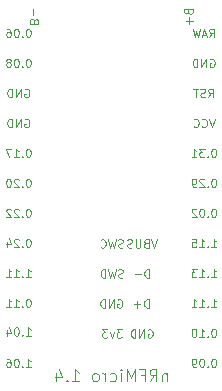
<source format=gbo>
G04 #@! TF.GenerationSoftware,KiCad,Pcbnew,(5.1.10-1-10_14)*
G04 #@! TF.CreationDate,2021-09-18T19:46:59+09:00*
G04 #@! TF.ProjectId,nrfmicro,6e72666d-6963-4726-9f2e-6b696361645f,rev?*
G04 #@! TF.SameCoordinates,Original*
G04 #@! TF.FileFunction,Legend,Bot*
G04 #@! TF.FilePolarity,Positive*
%FSLAX46Y46*%
G04 Gerber Fmt 4.6, Leading zero omitted, Abs format (unit mm)*
G04 Created by KiCad (PCBNEW (5.1.10-1-10_14)) date 2021-09-18 19:46:59*
%MOMM*%
%LPD*%
G01*
G04 APERTURE LIST*
%ADD10C,0.100000*%
%ADD11C,0.080000*%
%ADD12O,1.000000X2.200000*%
%ADD13O,1.000000X1.800000*%
%ADD14R,1.270000X1.270000*%
%ADD15C,1.270000*%
%ADD16C,1.250000*%
G04 APERTURE END LIST*
D10*
X32457145Y-50185714D02*
X32457145Y-50852380D01*
X32457145Y-50280952D02*
X32409526Y-50233333D01*
X32314288Y-50185714D01*
X32171431Y-50185714D01*
X32076193Y-50233333D01*
X32028574Y-50328571D01*
X32028574Y-50852380D01*
X30980955Y-50852380D02*
X31314288Y-50376190D01*
X31552383Y-50852380D02*
X31552383Y-49852380D01*
X31171431Y-49852380D01*
X31076193Y-49900000D01*
X31028574Y-49947619D01*
X30980955Y-50042857D01*
X30980955Y-50185714D01*
X31028574Y-50280952D01*
X31076193Y-50328571D01*
X31171431Y-50376190D01*
X31552383Y-50376190D01*
X30219050Y-50328571D02*
X30552383Y-50328571D01*
X30552383Y-50852380D02*
X30552383Y-49852380D01*
X30076193Y-49852380D01*
X29695240Y-50852380D02*
X29695240Y-49852380D01*
X29361907Y-50566666D01*
X29028574Y-49852380D01*
X29028574Y-50852380D01*
X28552383Y-50852380D02*
X28552383Y-50185714D01*
X28552383Y-49852380D02*
X28600002Y-49900000D01*
X28552383Y-49947619D01*
X28504764Y-49900000D01*
X28552383Y-49852380D01*
X28552383Y-49947619D01*
X27647621Y-50804761D02*
X27742860Y-50852380D01*
X27933336Y-50852380D01*
X28028574Y-50804761D01*
X28076193Y-50757142D01*
X28123812Y-50661904D01*
X28123812Y-50376190D01*
X28076193Y-50280952D01*
X28028574Y-50233333D01*
X27933336Y-50185714D01*
X27742860Y-50185714D01*
X27647621Y-50233333D01*
X27219050Y-50852380D02*
X27219050Y-50185714D01*
X27219050Y-50376190D02*
X27171431Y-50280952D01*
X27123812Y-50233333D01*
X27028574Y-50185714D01*
X26933336Y-50185714D01*
X26457145Y-50852380D02*
X26552383Y-50804761D01*
X26600002Y-50757142D01*
X26647621Y-50661904D01*
X26647621Y-50376190D01*
X26600002Y-50280952D01*
X26552383Y-50233333D01*
X26457145Y-50185714D01*
X26314288Y-50185714D01*
X26219050Y-50233333D01*
X26171431Y-50280952D01*
X26123812Y-50376190D01*
X26123812Y-50661904D01*
X26171431Y-50757142D01*
X26219050Y-50804761D01*
X26314288Y-50852380D01*
X26457145Y-50852380D01*
X24409526Y-50852380D02*
X24980955Y-50852380D01*
X24695240Y-50852380D02*
X24695240Y-49852380D01*
X24790479Y-49995238D01*
X24885717Y-50090476D01*
X24980955Y-50138095D01*
X23980955Y-50757142D02*
X23933336Y-50804761D01*
X23980955Y-50852380D01*
X24028574Y-50804761D01*
X23980955Y-50757142D01*
X23980955Y-50852380D01*
X23076193Y-50185714D02*
X23076193Y-50852380D01*
X23314288Y-49804761D02*
X23552383Y-50519047D01*
X22933336Y-50519047D01*
D11*
X28604933Y-46472666D02*
X28171600Y-46472666D01*
X28404933Y-46739333D01*
X28304933Y-46739333D01*
X28238266Y-46772666D01*
X28204933Y-46806000D01*
X28171600Y-46872666D01*
X28171600Y-47039333D01*
X28204933Y-47106000D01*
X28238266Y-47139333D01*
X28304933Y-47172666D01*
X28504933Y-47172666D01*
X28571600Y-47139333D01*
X28604933Y-47106000D01*
X27938266Y-46706000D02*
X27771600Y-47172666D01*
X27604933Y-46706000D01*
X27404933Y-46472666D02*
X26971600Y-46472666D01*
X27204933Y-46739333D01*
X27104933Y-46739333D01*
X27038266Y-46772666D01*
X27004933Y-46806000D01*
X26971600Y-46872666D01*
X26971600Y-47039333D01*
X27004933Y-47106000D01*
X27038266Y-47139333D01*
X27104933Y-47172666D01*
X27304933Y-47172666D01*
X27371600Y-47139333D01*
X27404933Y-47106000D01*
X28270933Y-43966000D02*
X28337600Y-43932666D01*
X28437600Y-43932666D01*
X28537600Y-43966000D01*
X28604266Y-44032666D01*
X28637600Y-44099333D01*
X28670933Y-44232666D01*
X28670933Y-44332666D01*
X28637600Y-44466000D01*
X28604266Y-44532666D01*
X28537600Y-44599333D01*
X28437600Y-44632666D01*
X28370933Y-44632666D01*
X28270933Y-44599333D01*
X28237600Y-44566000D01*
X28237600Y-44332666D01*
X28370933Y-44332666D01*
X27937600Y-44632666D02*
X27937600Y-43932666D01*
X27537600Y-44632666D01*
X27537600Y-43932666D01*
X27204266Y-44632666D02*
X27204266Y-43932666D01*
X27037600Y-43932666D01*
X26937600Y-43966000D01*
X26870933Y-44032666D01*
X26837600Y-44099333D01*
X26804266Y-44232666D01*
X26804266Y-44332666D01*
X26837600Y-44466000D01*
X26870933Y-44532666D01*
X26937600Y-44599333D01*
X27037600Y-44632666D01*
X27204266Y-44632666D01*
X28721600Y-42059333D02*
X28621600Y-42092666D01*
X28454933Y-42092666D01*
X28388266Y-42059333D01*
X28354933Y-42026000D01*
X28321600Y-41959333D01*
X28321600Y-41892666D01*
X28354933Y-41826000D01*
X28388266Y-41792666D01*
X28454933Y-41759333D01*
X28588266Y-41726000D01*
X28654933Y-41692666D01*
X28688266Y-41659333D01*
X28721600Y-41592666D01*
X28721600Y-41526000D01*
X28688266Y-41459333D01*
X28654933Y-41426000D01*
X28588266Y-41392666D01*
X28421600Y-41392666D01*
X28321600Y-41426000D01*
X28088266Y-41392666D02*
X27921600Y-42092666D01*
X27788266Y-41592666D01*
X27654933Y-42092666D01*
X27488266Y-41392666D01*
X27221600Y-42092666D02*
X27221600Y-41392666D01*
X27054933Y-41392666D01*
X26954933Y-41426000D01*
X26888266Y-41492666D01*
X26854933Y-41559333D01*
X26821600Y-41692666D01*
X26821600Y-41792666D01*
X26854933Y-41926000D01*
X26888266Y-41992666D01*
X26954933Y-42059333D01*
X27054933Y-42092666D01*
X27221600Y-42092666D01*
X28721600Y-39519333D02*
X28621600Y-39552666D01*
X28454933Y-39552666D01*
X28388266Y-39519333D01*
X28354933Y-39486000D01*
X28321600Y-39419333D01*
X28321600Y-39352666D01*
X28354933Y-39286000D01*
X28388266Y-39252666D01*
X28454933Y-39219333D01*
X28588266Y-39186000D01*
X28654933Y-39152666D01*
X28688266Y-39119333D01*
X28721600Y-39052666D01*
X28721600Y-38986000D01*
X28688266Y-38919333D01*
X28654933Y-38886000D01*
X28588266Y-38852666D01*
X28421600Y-38852666D01*
X28321600Y-38886000D01*
X28088266Y-38852666D02*
X27921600Y-39552666D01*
X27788266Y-39052666D01*
X27654933Y-39552666D01*
X27488266Y-38852666D01*
X26821600Y-39486000D02*
X26854933Y-39519333D01*
X26954933Y-39552666D01*
X27021600Y-39552666D01*
X27121600Y-39519333D01*
X27188266Y-39452666D01*
X27221600Y-39386000D01*
X27254933Y-39252666D01*
X27254933Y-39152666D01*
X27221600Y-39019333D01*
X27188266Y-38952666D01*
X27121600Y-38886000D01*
X27021600Y-38852666D01*
X26954933Y-38852666D01*
X26854933Y-38886000D01*
X26821600Y-38919333D01*
X31594933Y-38852666D02*
X31361600Y-39552666D01*
X31128266Y-38852666D01*
X30661600Y-39186000D02*
X30561600Y-39219333D01*
X30528266Y-39252666D01*
X30494933Y-39319333D01*
X30494933Y-39419333D01*
X30528266Y-39486000D01*
X30561600Y-39519333D01*
X30628266Y-39552666D01*
X30894933Y-39552666D01*
X30894933Y-38852666D01*
X30661600Y-38852666D01*
X30594933Y-38886000D01*
X30561600Y-38919333D01*
X30528266Y-38986000D01*
X30528266Y-39052666D01*
X30561600Y-39119333D01*
X30594933Y-39152666D01*
X30661600Y-39186000D01*
X30894933Y-39186000D01*
X30194933Y-38852666D02*
X30194933Y-39419333D01*
X30161600Y-39486000D01*
X30128266Y-39519333D01*
X30061600Y-39552666D01*
X29928266Y-39552666D01*
X29861600Y-39519333D01*
X29828266Y-39486000D01*
X29794933Y-39419333D01*
X29794933Y-38852666D01*
X29494933Y-39519333D02*
X29394933Y-39552666D01*
X29228266Y-39552666D01*
X29161600Y-39519333D01*
X29128266Y-39486000D01*
X29094933Y-39419333D01*
X29094933Y-39352666D01*
X29128266Y-39286000D01*
X29161600Y-39252666D01*
X29228266Y-39219333D01*
X29361600Y-39186000D01*
X29428266Y-39152666D01*
X29461600Y-39119333D01*
X29494933Y-39052666D01*
X29494933Y-38986000D01*
X29461600Y-38919333D01*
X29428266Y-38886000D01*
X29361600Y-38852666D01*
X29194933Y-38852666D01*
X29094933Y-38886000D01*
X30928266Y-42092666D02*
X30928266Y-41392666D01*
X30761600Y-41392666D01*
X30661600Y-41426000D01*
X30594933Y-41492666D01*
X30561600Y-41559333D01*
X30528266Y-41692666D01*
X30528266Y-41792666D01*
X30561600Y-41926000D01*
X30594933Y-41992666D01*
X30661600Y-42059333D01*
X30761600Y-42092666D01*
X30928266Y-42092666D01*
X30228266Y-41826000D02*
X29694933Y-41826000D01*
X30894266Y-44632666D02*
X30894266Y-43932666D01*
X30727600Y-43932666D01*
X30627600Y-43966000D01*
X30560933Y-44032666D01*
X30527600Y-44099333D01*
X30494266Y-44232666D01*
X30494266Y-44332666D01*
X30527600Y-44466000D01*
X30560933Y-44532666D01*
X30627600Y-44599333D01*
X30727600Y-44632666D01*
X30894266Y-44632666D01*
X30194266Y-44366000D02*
X29660933Y-44366000D01*
X29927600Y-44632666D02*
X29927600Y-44099333D01*
X30844933Y-46506000D02*
X30911600Y-46472666D01*
X31011600Y-46472666D01*
X31111600Y-46506000D01*
X31178266Y-46572666D01*
X31211600Y-46639333D01*
X31244933Y-46772666D01*
X31244933Y-46872666D01*
X31211600Y-47006000D01*
X31178266Y-47072666D01*
X31111600Y-47139333D01*
X31011600Y-47172666D01*
X30944933Y-47172666D01*
X30844933Y-47139333D01*
X30811600Y-47106000D01*
X30811600Y-46872666D01*
X30944933Y-46872666D01*
X30511600Y-47172666D02*
X30511600Y-46472666D01*
X30111600Y-47172666D01*
X30111600Y-46472666D01*
X29778266Y-47172666D02*
X29778266Y-46472666D01*
X29611600Y-46472666D01*
X29511600Y-46506000D01*
X29444933Y-46572666D01*
X29411600Y-46639333D01*
X29378266Y-46772666D01*
X29378266Y-46872666D01*
X29411600Y-47006000D01*
X29444933Y-47072666D01*
X29511600Y-47139333D01*
X29611600Y-47172666D01*
X29778266Y-47172666D01*
X21200000Y-20361733D02*
X21166666Y-20261733D01*
X21133333Y-20228400D01*
X21066666Y-20195066D01*
X20966666Y-20195066D01*
X20900000Y-20228400D01*
X20866666Y-20261733D01*
X20833333Y-20328400D01*
X20833333Y-20595066D01*
X21533333Y-20595066D01*
X21533333Y-20361733D01*
X21500000Y-20295066D01*
X21466666Y-20261733D01*
X21400000Y-20228400D01*
X21333333Y-20228400D01*
X21266666Y-20261733D01*
X21233333Y-20295066D01*
X21200000Y-20361733D01*
X21200000Y-20595066D01*
X21100000Y-19895066D02*
X21100000Y-19361733D01*
X34250000Y-19595067D02*
X34283333Y-19695067D01*
X34316666Y-19728401D01*
X34383333Y-19761734D01*
X34483333Y-19761734D01*
X34550000Y-19728401D01*
X34583333Y-19695067D01*
X34616666Y-19628401D01*
X34616666Y-19361734D01*
X33916666Y-19361734D01*
X33916666Y-19595067D01*
X33950000Y-19661734D01*
X33983333Y-19695067D01*
X34050000Y-19728401D01*
X34116666Y-19728401D01*
X34183333Y-19695067D01*
X34216666Y-19661734D01*
X34250000Y-19595067D01*
X34250000Y-19361734D01*
X34350000Y-20061734D02*
X34350000Y-20595067D01*
X34616666Y-20328401D02*
X34083333Y-20328401D01*
X20393633Y-26139700D02*
X20460300Y-26106366D01*
X20560300Y-26106366D01*
X20660300Y-26139700D01*
X20726966Y-26206366D01*
X20760300Y-26273033D01*
X20793633Y-26406366D01*
X20793633Y-26506366D01*
X20760300Y-26639700D01*
X20726966Y-26706366D01*
X20660300Y-26773033D01*
X20560300Y-26806366D01*
X20493633Y-26806366D01*
X20393633Y-26773033D01*
X20360300Y-26739700D01*
X20360300Y-26506366D01*
X20493633Y-26506366D01*
X20060300Y-26806366D02*
X20060300Y-26106366D01*
X19660300Y-26806366D01*
X19660300Y-26106366D01*
X19326966Y-26806366D02*
X19326966Y-26106366D01*
X19160300Y-26106366D01*
X19060300Y-26139700D01*
X18993633Y-26206366D01*
X18960300Y-26273033D01*
X18926966Y-26406366D01*
X18926966Y-26506366D01*
X18960300Y-26639700D01*
X18993633Y-26706366D01*
X19060300Y-26773033D01*
X19160300Y-26806366D01*
X19326966Y-26806366D01*
X20726966Y-21026366D02*
X20660300Y-21026366D01*
X20593633Y-21059700D01*
X20560300Y-21093033D01*
X20526966Y-21159700D01*
X20493633Y-21293033D01*
X20493633Y-21459700D01*
X20526966Y-21593033D01*
X20560300Y-21659700D01*
X20593633Y-21693033D01*
X20660300Y-21726366D01*
X20726966Y-21726366D01*
X20793633Y-21693033D01*
X20826966Y-21659700D01*
X20860300Y-21593033D01*
X20893633Y-21459700D01*
X20893633Y-21293033D01*
X20860300Y-21159700D01*
X20826966Y-21093033D01*
X20793633Y-21059700D01*
X20726966Y-21026366D01*
X20193633Y-21659700D02*
X20160300Y-21693033D01*
X20193633Y-21726366D01*
X20226966Y-21693033D01*
X20193633Y-21659700D01*
X20193633Y-21726366D01*
X19726966Y-21026366D02*
X19660300Y-21026366D01*
X19593633Y-21059700D01*
X19560300Y-21093033D01*
X19526966Y-21159700D01*
X19493633Y-21293033D01*
X19493633Y-21459700D01*
X19526966Y-21593033D01*
X19560300Y-21659700D01*
X19593633Y-21693033D01*
X19660300Y-21726366D01*
X19726966Y-21726366D01*
X19793633Y-21693033D01*
X19826966Y-21659700D01*
X19860300Y-21593033D01*
X19893633Y-21459700D01*
X19893633Y-21293033D01*
X19860300Y-21159700D01*
X19826966Y-21093033D01*
X19793633Y-21059700D01*
X19726966Y-21026366D01*
X18893633Y-21026366D02*
X19026966Y-21026366D01*
X19093633Y-21059700D01*
X19126966Y-21093033D01*
X19193633Y-21193033D01*
X19226966Y-21326366D01*
X19226966Y-21593033D01*
X19193633Y-21659700D01*
X19160300Y-21693033D01*
X19093633Y-21726366D01*
X18960300Y-21726366D01*
X18893633Y-21693033D01*
X18860300Y-21659700D01*
X18826966Y-21593033D01*
X18826966Y-21426366D01*
X18860300Y-21359700D01*
X18893633Y-21326366D01*
X18960300Y-21293033D01*
X19093633Y-21293033D01*
X19160300Y-21326366D01*
X19193633Y-21359700D01*
X19226966Y-21426366D01*
X20493633Y-46999366D02*
X20893633Y-46999366D01*
X20693633Y-46999366D02*
X20693633Y-46299366D01*
X20760300Y-46399366D01*
X20826966Y-46466033D01*
X20893633Y-46499366D01*
X20193633Y-46932700D02*
X20160300Y-46966033D01*
X20193633Y-46999366D01*
X20226966Y-46966033D01*
X20193633Y-46932700D01*
X20193633Y-46999366D01*
X19726966Y-46299366D02*
X19660300Y-46299366D01*
X19593633Y-46332700D01*
X19560300Y-46366033D01*
X19526966Y-46432700D01*
X19493633Y-46566033D01*
X19493633Y-46732700D01*
X19526966Y-46866033D01*
X19560300Y-46932700D01*
X19593633Y-46966033D01*
X19660300Y-46999366D01*
X19726966Y-46999366D01*
X19793633Y-46966033D01*
X19826966Y-46932700D01*
X19860300Y-46866033D01*
X19893633Y-46732700D01*
X19893633Y-46566033D01*
X19860300Y-46432700D01*
X19826966Y-46366033D01*
X19793633Y-46332700D01*
X19726966Y-46299366D01*
X18893633Y-46532700D02*
X18893633Y-46999366D01*
X19060300Y-46266033D02*
X19226966Y-46766033D01*
X18793633Y-46766033D01*
X20726966Y-33726366D02*
X20660300Y-33726366D01*
X20593633Y-33759700D01*
X20560300Y-33793033D01*
X20526966Y-33859700D01*
X20493633Y-33993033D01*
X20493633Y-34159700D01*
X20526966Y-34293033D01*
X20560300Y-34359700D01*
X20593633Y-34393033D01*
X20660300Y-34426366D01*
X20726966Y-34426366D01*
X20793633Y-34393033D01*
X20826966Y-34359700D01*
X20860300Y-34293033D01*
X20893633Y-34159700D01*
X20893633Y-33993033D01*
X20860300Y-33859700D01*
X20826966Y-33793033D01*
X20793633Y-33759700D01*
X20726966Y-33726366D01*
X20193633Y-34359700D02*
X20160300Y-34393033D01*
X20193633Y-34426366D01*
X20226966Y-34393033D01*
X20193633Y-34359700D01*
X20193633Y-34426366D01*
X19893633Y-33793033D02*
X19860300Y-33759700D01*
X19793633Y-33726366D01*
X19626966Y-33726366D01*
X19560300Y-33759700D01*
X19526966Y-33793033D01*
X19493633Y-33859700D01*
X19493633Y-33926366D01*
X19526966Y-34026366D01*
X19926966Y-34426366D01*
X19493633Y-34426366D01*
X19060300Y-33726366D02*
X18993633Y-33726366D01*
X18926966Y-33759700D01*
X18893633Y-33793033D01*
X18860300Y-33859700D01*
X18826966Y-33993033D01*
X18826966Y-34159700D01*
X18860300Y-34293033D01*
X18893633Y-34359700D01*
X18926966Y-34393033D01*
X18993633Y-34426366D01*
X19060300Y-34426366D01*
X19126966Y-34393033D01*
X19160300Y-34359700D01*
X19193633Y-34293033D01*
X19226966Y-34159700D01*
X19226966Y-33993033D01*
X19193633Y-33859700D01*
X19160300Y-33793033D01*
X19126966Y-33759700D01*
X19060300Y-33726366D01*
X20726966Y-23566366D02*
X20660300Y-23566366D01*
X20593633Y-23599700D01*
X20560300Y-23633033D01*
X20526966Y-23699700D01*
X20493633Y-23833033D01*
X20493633Y-23999700D01*
X20526966Y-24133033D01*
X20560300Y-24199700D01*
X20593633Y-24233033D01*
X20660300Y-24266366D01*
X20726966Y-24266366D01*
X20793633Y-24233033D01*
X20826966Y-24199700D01*
X20860300Y-24133033D01*
X20893633Y-23999700D01*
X20893633Y-23833033D01*
X20860300Y-23699700D01*
X20826966Y-23633033D01*
X20793633Y-23599700D01*
X20726966Y-23566366D01*
X20193633Y-24199700D02*
X20160300Y-24233033D01*
X20193633Y-24266366D01*
X20226966Y-24233033D01*
X20193633Y-24199700D01*
X20193633Y-24266366D01*
X19726966Y-23566366D02*
X19660300Y-23566366D01*
X19593633Y-23599700D01*
X19560300Y-23633033D01*
X19526966Y-23699700D01*
X19493633Y-23833033D01*
X19493633Y-23999700D01*
X19526966Y-24133033D01*
X19560300Y-24199700D01*
X19593633Y-24233033D01*
X19660300Y-24266366D01*
X19726966Y-24266366D01*
X19793633Y-24233033D01*
X19826966Y-24199700D01*
X19860300Y-24133033D01*
X19893633Y-23999700D01*
X19893633Y-23833033D01*
X19860300Y-23699700D01*
X19826966Y-23633033D01*
X19793633Y-23599700D01*
X19726966Y-23566366D01*
X19093633Y-23866366D02*
X19160300Y-23833033D01*
X19193633Y-23799700D01*
X19226966Y-23733033D01*
X19226966Y-23699700D01*
X19193633Y-23633033D01*
X19160300Y-23599700D01*
X19093633Y-23566366D01*
X18960300Y-23566366D01*
X18893633Y-23599700D01*
X18860300Y-23633033D01*
X18826966Y-23699700D01*
X18826966Y-23733033D01*
X18860300Y-23799700D01*
X18893633Y-23833033D01*
X18960300Y-23866366D01*
X19093633Y-23866366D01*
X19160300Y-23899700D01*
X19193633Y-23933033D01*
X19226966Y-23999700D01*
X19226966Y-24133033D01*
X19193633Y-24199700D01*
X19160300Y-24233033D01*
X19093633Y-24266366D01*
X18960300Y-24266366D01*
X18893633Y-24233033D01*
X18860300Y-24199700D01*
X18826966Y-24133033D01*
X18826966Y-23999700D01*
X18860300Y-23933033D01*
X18893633Y-23899700D01*
X18960300Y-23866366D01*
X20726966Y-31186366D02*
X20660300Y-31186366D01*
X20593633Y-31219700D01*
X20560300Y-31253033D01*
X20526966Y-31319700D01*
X20493633Y-31453033D01*
X20493633Y-31619700D01*
X20526966Y-31753033D01*
X20560300Y-31819700D01*
X20593633Y-31853033D01*
X20660300Y-31886366D01*
X20726966Y-31886366D01*
X20793633Y-31853033D01*
X20826966Y-31819700D01*
X20860300Y-31753033D01*
X20893633Y-31619700D01*
X20893633Y-31453033D01*
X20860300Y-31319700D01*
X20826966Y-31253033D01*
X20793633Y-31219700D01*
X20726966Y-31186366D01*
X20193633Y-31819700D02*
X20160300Y-31853033D01*
X20193633Y-31886366D01*
X20226966Y-31853033D01*
X20193633Y-31819700D01*
X20193633Y-31886366D01*
X19493633Y-31886366D02*
X19893633Y-31886366D01*
X19693633Y-31886366D02*
X19693633Y-31186366D01*
X19760300Y-31286366D01*
X19826966Y-31353033D01*
X19893633Y-31386366D01*
X19260300Y-31186366D02*
X18793633Y-31186366D01*
X19093633Y-31886366D01*
X20393633Y-28679700D02*
X20460300Y-28646366D01*
X20560300Y-28646366D01*
X20660300Y-28679700D01*
X20726966Y-28746366D01*
X20760300Y-28813033D01*
X20793633Y-28946366D01*
X20793633Y-29046366D01*
X20760300Y-29179700D01*
X20726966Y-29246366D01*
X20660300Y-29313033D01*
X20560300Y-29346366D01*
X20493633Y-29346366D01*
X20393633Y-29313033D01*
X20360300Y-29279700D01*
X20360300Y-29046366D01*
X20493633Y-29046366D01*
X20060300Y-29346366D02*
X20060300Y-28646366D01*
X19660300Y-29346366D01*
X19660300Y-28646366D01*
X19326966Y-29346366D02*
X19326966Y-28646366D01*
X19160300Y-28646366D01*
X19060300Y-28679700D01*
X18993633Y-28746366D01*
X18960300Y-28813033D01*
X18926966Y-28946366D01*
X18926966Y-29046366D01*
X18960300Y-29179700D01*
X18993633Y-29246366D01*
X19060300Y-29313033D01*
X19160300Y-29346366D01*
X19326966Y-29346366D01*
X20726966Y-38806366D02*
X20660300Y-38806366D01*
X20593633Y-38839700D01*
X20560300Y-38873033D01*
X20526966Y-38939700D01*
X20493633Y-39073033D01*
X20493633Y-39239700D01*
X20526966Y-39373033D01*
X20560300Y-39439700D01*
X20593633Y-39473033D01*
X20660300Y-39506366D01*
X20726966Y-39506366D01*
X20793633Y-39473033D01*
X20826966Y-39439700D01*
X20860300Y-39373033D01*
X20893633Y-39239700D01*
X20893633Y-39073033D01*
X20860300Y-38939700D01*
X20826966Y-38873033D01*
X20793633Y-38839700D01*
X20726966Y-38806366D01*
X20193633Y-39439700D02*
X20160300Y-39473033D01*
X20193633Y-39506366D01*
X20226966Y-39473033D01*
X20193633Y-39439700D01*
X20193633Y-39506366D01*
X19893633Y-38873033D02*
X19860300Y-38839700D01*
X19793633Y-38806366D01*
X19626966Y-38806366D01*
X19560300Y-38839700D01*
X19526966Y-38873033D01*
X19493633Y-38939700D01*
X19493633Y-39006366D01*
X19526966Y-39106366D01*
X19926966Y-39506366D01*
X19493633Y-39506366D01*
X18893633Y-39039700D02*
X18893633Y-39506366D01*
X19060300Y-38773033D02*
X19226966Y-39273033D01*
X18793633Y-39273033D01*
X20726966Y-43886366D02*
X20660300Y-43886366D01*
X20593633Y-43919700D01*
X20560300Y-43953033D01*
X20526966Y-44019700D01*
X20493633Y-44153033D01*
X20493633Y-44319700D01*
X20526966Y-44453033D01*
X20560300Y-44519700D01*
X20593633Y-44553033D01*
X20660300Y-44586366D01*
X20726966Y-44586366D01*
X20793633Y-44553033D01*
X20826966Y-44519700D01*
X20860300Y-44453033D01*
X20893633Y-44319700D01*
X20893633Y-44153033D01*
X20860300Y-44019700D01*
X20826966Y-43953033D01*
X20793633Y-43919700D01*
X20726966Y-43886366D01*
X20193633Y-44519700D02*
X20160300Y-44553033D01*
X20193633Y-44586366D01*
X20226966Y-44553033D01*
X20193633Y-44519700D01*
X20193633Y-44586366D01*
X19493633Y-44586366D02*
X19893633Y-44586366D01*
X19693633Y-44586366D02*
X19693633Y-43886366D01*
X19760300Y-43986366D01*
X19826966Y-44053033D01*
X19893633Y-44086366D01*
X18826966Y-44586366D02*
X19226966Y-44586366D01*
X19026966Y-44586366D02*
X19026966Y-43886366D01*
X19093633Y-43986366D01*
X19160300Y-44053033D01*
X19226966Y-44086366D01*
X20493633Y-42046366D02*
X20893633Y-42046366D01*
X20693633Y-42046366D02*
X20693633Y-41346366D01*
X20760300Y-41446366D01*
X20826966Y-41513033D01*
X20893633Y-41546366D01*
X20193633Y-41979700D02*
X20160300Y-42013033D01*
X20193633Y-42046366D01*
X20226966Y-42013033D01*
X20193633Y-41979700D01*
X20193633Y-42046366D01*
X19493633Y-42046366D02*
X19893633Y-42046366D01*
X19693633Y-42046366D02*
X19693633Y-41346366D01*
X19760300Y-41446366D01*
X19826966Y-41513033D01*
X19893633Y-41546366D01*
X18826966Y-42046366D02*
X19226966Y-42046366D01*
X19026966Y-42046366D02*
X19026966Y-41346366D01*
X19093633Y-41446366D01*
X19160300Y-41513033D01*
X19226966Y-41546366D01*
X20493633Y-49666366D02*
X20893633Y-49666366D01*
X20693633Y-49666366D02*
X20693633Y-48966366D01*
X20760300Y-49066366D01*
X20826966Y-49133033D01*
X20893633Y-49166366D01*
X20193633Y-49599700D02*
X20160300Y-49633033D01*
X20193633Y-49666366D01*
X20226966Y-49633033D01*
X20193633Y-49599700D01*
X20193633Y-49666366D01*
X19726966Y-48966366D02*
X19660300Y-48966366D01*
X19593633Y-48999700D01*
X19560300Y-49033033D01*
X19526966Y-49099700D01*
X19493633Y-49233033D01*
X19493633Y-49399700D01*
X19526966Y-49533033D01*
X19560300Y-49599700D01*
X19593633Y-49633033D01*
X19660300Y-49666366D01*
X19726966Y-49666366D01*
X19793633Y-49633033D01*
X19826966Y-49599700D01*
X19860300Y-49533033D01*
X19893633Y-49399700D01*
X19893633Y-49233033D01*
X19860300Y-49099700D01*
X19826966Y-49033033D01*
X19793633Y-48999700D01*
X19726966Y-48966366D01*
X18893633Y-48966366D02*
X19026966Y-48966366D01*
X19093633Y-48999700D01*
X19126966Y-49033033D01*
X19193633Y-49133033D01*
X19226966Y-49266366D01*
X19226966Y-49533033D01*
X19193633Y-49599700D01*
X19160300Y-49633033D01*
X19093633Y-49666366D01*
X18960300Y-49666366D01*
X18893633Y-49633033D01*
X18860300Y-49599700D01*
X18826966Y-49533033D01*
X18826966Y-49366366D01*
X18860300Y-49299700D01*
X18893633Y-49266366D01*
X18960300Y-49233033D01*
X19093633Y-49233033D01*
X19160300Y-49266366D01*
X19193633Y-49299700D01*
X19226966Y-49366366D01*
X36042433Y-21713666D02*
X36275766Y-21380333D01*
X36442433Y-21713666D02*
X36442433Y-21013666D01*
X36175766Y-21013666D01*
X36109100Y-21047000D01*
X36075766Y-21080333D01*
X36042433Y-21147000D01*
X36042433Y-21247000D01*
X36075766Y-21313666D01*
X36109100Y-21347000D01*
X36175766Y-21380333D01*
X36442433Y-21380333D01*
X35775766Y-21513666D02*
X35442433Y-21513666D01*
X35842433Y-21713666D02*
X35609100Y-21013666D01*
X35375766Y-21713666D01*
X35209100Y-21013666D02*
X35042433Y-21713666D01*
X34909100Y-21213666D01*
X34775766Y-21713666D01*
X34609100Y-21013666D01*
X36192433Y-44573666D02*
X36592433Y-44573666D01*
X36392433Y-44573666D02*
X36392433Y-43873666D01*
X36459100Y-43973666D01*
X36525766Y-44040333D01*
X36592433Y-44073666D01*
X35892433Y-44507000D02*
X35859100Y-44540333D01*
X35892433Y-44573666D01*
X35925766Y-44540333D01*
X35892433Y-44507000D01*
X35892433Y-44573666D01*
X35192433Y-44573666D02*
X35592433Y-44573666D01*
X35392433Y-44573666D02*
X35392433Y-43873666D01*
X35459100Y-43973666D01*
X35525766Y-44040333D01*
X35592433Y-44073666D01*
X34525766Y-44573666D02*
X34925766Y-44573666D01*
X34725766Y-44573666D02*
X34725766Y-43873666D01*
X34792433Y-43973666D01*
X34859100Y-44040333D01*
X34925766Y-44073666D01*
X36425766Y-46413666D02*
X36359100Y-46413666D01*
X36292433Y-46447000D01*
X36259100Y-46480333D01*
X36225766Y-46547000D01*
X36192433Y-46680333D01*
X36192433Y-46847000D01*
X36225766Y-46980333D01*
X36259100Y-47047000D01*
X36292433Y-47080333D01*
X36359100Y-47113666D01*
X36425766Y-47113666D01*
X36492433Y-47080333D01*
X36525766Y-47047000D01*
X36559100Y-46980333D01*
X36592433Y-46847000D01*
X36592433Y-46680333D01*
X36559100Y-46547000D01*
X36525766Y-46480333D01*
X36492433Y-46447000D01*
X36425766Y-46413666D01*
X35892433Y-47047000D02*
X35859100Y-47080333D01*
X35892433Y-47113666D01*
X35925766Y-47080333D01*
X35892433Y-47047000D01*
X35892433Y-47113666D01*
X35192433Y-47113666D02*
X35592433Y-47113666D01*
X35392433Y-47113666D02*
X35392433Y-46413666D01*
X35459100Y-46513666D01*
X35525766Y-46580333D01*
X35592433Y-46613666D01*
X34759100Y-46413666D02*
X34692433Y-46413666D01*
X34625766Y-46447000D01*
X34592433Y-46480333D01*
X34559100Y-46547000D01*
X34525766Y-46680333D01*
X34525766Y-46847000D01*
X34559100Y-46980333D01*
X34592433Y-47047000D01*
X34625766Y-47080333D01*
X34692433Y-47113666D01*
X34759100Y-47113666D01*
X34825766Y-47080333D01*
X34859100Y-47047000D01*
X34892433Y-46980333D01*
X34925766Y-46847000D01*
X34925766Y-46680333D01*
X34892433Y-46547000D01*
X34859100Y-46480333D01*
X34825766Y-46447000D01*
X34759100Y-46413666D01*
X36492433Y-28633666D02*
X36259100Y-29333666D01*
X36025766Y-28633666D01*
X35392433Y-29267000D02*
X35425766Y-29300333D01*
X35525766Y-29333666D01*
X35592433Y-29333666D01*
X35692433Y-29300333D01*
X35759100Y-29233666D01*
X35792433Y-29167000D01*
X35825766Y-29033666D01*
X35825766Y-28933666D01*
X35792433Y-28800333D01*
X35759100Y-28733666D01*
X35692433Y-28667000D01*
X35592433Y-28633666D01*
X35525766Y-28633666D01*
X35425766Y-28667000D01*
X35392433Y-28700333D01*
X34692433Y-29267000D02*
X34725766Y-29300333D01*
X34825766Y-29333666D01*
X34892433Y-29333666D01*
X34992433Y-29300333D01*
X35059100Y-29233666D01*
X35092433Y-29167000D01*
X35125766Y-29033666D01*
X35125766Y-28933666D01*
X35092433Y-28800333D01*
X35059100Y-28733666D01*
X34992433Y-28667000D01*
X34892433Y-28633666D01*
X34825766Y-28633666D01*
X34725766Y-28667000D01*
X34692433Y-28700333D01*
X36425766Y-31173666D02*
X36359100Y-31173666D01*
X36292433Y-31207000D01*
X36259100Y-31240333D01*
X36225766Y-31307000D01*
X36192433Y-31440333D01*
X36192433Y-31607000D01*
X36225766Y-31740333D01*
X36259100Y-31807000D01*
X36292433Y-31840333D01*
X36359100Y-31873666D01*
X36425766Y-31873666D01*
X36492433Y-31840333D01*
X36525766Y-31807000D01*
X36559100Y-31740333D01*
X36592433Y-31607000D01*
X36592433Y-31440333D01*
X36559100Y-31307000D01*
X36525766Y-31240333D01*
X36492433Y-31207000D01*
X36425766Y-31173666D01*
X35892433Y-31807000D02*
X35859100Y-31840333D01*
X35892433Y-31873666D01*
X35925766Y-31840333D01*
X35892433Y-31807000D01*
X35892433Y-31873666D01*
X35625766Y-31173666D02*
X35192433Y-31173666D01*
X35425766Y-31440333D01*
X35325766Y-31440333D01*
X35259100Y-31473666D01*
X35225766Y-31507000D01*
X35192433Y-31573666D01*
X35192433Y-31740333D01*
X35225766Y-31807000D01*
X35259100Y-31840333D01*
X35325766Y-31873666D01*
X35525766Y-31873666D01*
X35592433Y-31840333D01*
X35625766Y-31807000D01*
X34525766Y-31873666D02*
X34925766Y-31873666D01*
X34725766Y-31873666D02*
X34725766Y-31173666D01*
X34792433Y-31273666D01*
X34859100Y-31340333D01*
X34925766Y-31373666D01*
X36192433Y-42033666D02*
X36592433Y-42033666D01*
X36392433Y-42033666D02*
X36392433Y-41333666D01*
X36459100Y-41433666D01*
X36525766Y-41500333D01*
X36592433Y-41533666D01*
X35892433Y-41967000D02*
X35859100Y-42000333D01*
X35892433Y-42033666D01*
X35925766Y-42000333D01*
X35892433Y-41967000D01*
X35892433Y-42033666D01*
X35192433Y-42033666D02*
X35592433Y-42033666D01*
X35392433Y-42033666D02*
X35392433Y-41333666D01*
X35459100Y-41433666D01*
X35525766Y-41500333D01*
X35592433Y-41533666D01*
X34959100Y-41333666D02*
X34525766Y-41333666D01*
X34759100Y-41600333D01*
X34659100Y-41600333D01*
X34592433Y-41633666D01*
X34559100Y-41667000D01*
X34525766Y-41733666D01*
X34525766Y-41900333D01*
X34559100Y-41967000D01*
X34592433Y-42000333D01*
X34659100Y-42033666D01*
X34859100Y-42033666D01*
X34925766Y-42000333D01*
X34959100Y-41967000D01*
X36425766Y-48953666D02*
X36359100Y-48953666D01*
X36292433Y-48987000D01*
X36259100Y-49020333D01*
X36225766Y-49087000D01*
X36192433Y-49220333D01*
X36192433Y-49387000D01*
X36225766Y-49520333D01*
X36259100Y-49587000D01*
X36292433Y-49620333D01*
X36359100Y-49653666D01*
X36425766Y-49653666D01*
X36492433Y-49620333D01*
X36525766Y-49587000D01*
X36559100Y-49520333D01*
X36592433Y-49387000D01*
X36592433Y-49220333D01*
X36559100Y-49087000D01*
X36525766Y-49020333D01*
X36492433Y-48987000D01*
X36425766Y-48953666D01*
X35892433Y-49587000D02*
X35859100Y-49620333D01*
X35892433Y-49653666D01*
X35925766Y-49620333D01*
X35892433Y-49587000D01*
X35892433Y-49653666D01*
X35425766Y-48953666D02*
X35359100Y-48953666D01*
X35292433Y-48987000D01*
X35259100Y-49020333D01*
X35225766Y-49087000D01*
X35192433Y-49220333D01*
X35192433Y-49387000D01*
X35225766Y-49520333D01*
X35259100Y-49587000D01*
X35292433Y-49620333D01*
X35359100Y-49653666D01*
X35425766Y-49653666D01*
X35492433Y-49620333D01*
X35525766Y-49587000D01*
X35559100Y-49520333D01*
X35592433Y-49387000D01*
X35592433Y-49220333D01*
X35559100Y-49087000D01*
X35525766Y-49020333D01*
X35492433Y-48987000D01*
X35425766Y-48953666D01*
X34859100Y-49653666D02*
X34725766Y-49653666D01*
X34659100Y-49620333D01*
X34625766Y-49587000D01*
X34559100Y-49487000D01*
X34525766Y-49353666D01*
X34525766Y-49087000D01*
X34559100Y-49020333D01*
X34592433Y-48987000D01*
X34659100Y-48953666D01*
X34792433Y-48953666D01*
X34859100Y-48987000D01*
X34892433Y-49020333D01*
X34925766Y-49087000D01*
X34925766Y-49253666D01*
X34892433Y-49320333D01*
X34859100Y-49353666D01*
X34792433Y-49387000D01*
X34659100Y-49387000D01*
X34592433Y-49353666D01*
X34559100Y-49320333D01*
X34525766Y-49253666D01*
X36192433Y-39493666D02*
X36592433Y-39493666D01*
X36392433Y-39493666D02*
X36392433Y-38793666D01*
X36459100Y-38893666D01*
X36525766Y-38960333D01*
X36592433Y-38993666D01*
X35892433Y-39427000D02*
X35859100Y-39460333D01*
X35892433Y-39493666D01*
X35925766Y-39460333D01*
X35892433Y-39427000D01*
X35892433Y-39493666D01*
X35192433Y-39493666D02*
X35592433Y-39493666D01*
X35392433Y-39493666D02*
X35392433Y-38793666D01*
X35459100Y-38893666D01*
X35525766Y-38960333D01*
X35592433Y-38993666D01*
X34559100Y-38793666D02*
X34892433Y-38793666D01*
X34925766Y-39127000D01*
X34892433Y-39093666D01*
X34825766Y-39060333D01*
X34659100Y-39060333D01*
X34592433Y-39093666D01*
X34559100Y-39127000D01*
X34525766Y-39193666D01*
X34525766Y-39360333D01*
X34559100Y-39427000D01*
X34592433Y-39460333D01*
X34659100Y-39493666D01*
X34825766Y-39493666D01*
X34892433Y-39460333D01*
X34925766Y-39427000D01*
X35942433Y-26793666D02*
X36175766Y-26460333D01*
X36342433Y-26793666D02*
X36342433Y-26093666D01*
X36075766Y-26093666D01*
X36009100Y-26127000D01*
X35975766Y-26160333D01*
X35942433Y-26227000D01*
X35942433Y-26327000D01*
X35975766Y-26393666D01*
X36009100Y-26427000D01*
X36075766Y-26460333D01*
X36342433Y-26460333D01*
X35675766Y-26760333D02*
X35575766Y-26793666D01*
X35409100Y-26793666D01*
X35342433Y-26760333D01*
X35309100Y-26727000D01*
X35275766Y-26660333D01*
X35275766Y-26593666D01*
X35309100Y-26527000D01*
X35342433Y-26493666D01*
X35409100Y-26460333D01*
X35542433Y-26427000D01*
X35609100Y-26393666D01*
X35642433Y-26360333D01*
X35675766Y-26293666D01*
X35675766Y-26227000D01*
X35642433Y-26160333D01*
X35609100Y-26127000D01*
X35542433Y-26093666D01*
X35375766Y-26093666D01*
X35275766Y-26127000D01*
X35075766Y-26093666D02*
X34675766Y-26093666D01*
X34875766Y-26793666D02*
X34875766Y-26093666D01*
X36425766Y-33713666D02*
X36359100Y-33713666D01*
X36292433Y-33747000D01*
X36259100Y-33780333D01*
X36225766Y-33847000D01*
X36192433Y-33980333D01*
X36192433Y-34147000D01*
X36225766Y-34280333D01*
X36259100Y-34347000D01*
X36292433Y-34380333D01*
X36359100Y-34413666D01*
X36425766Y-34413666D01*
X36492433Y-34380333D01*
X36525766Y-34347000D01*
X36559100Y-34280333D01*
X36592433Y-34147000D01*
X36592433Y-33980333D01*
X36559100Y-33847000D01*
X36525766Y-33780333D01*
X36492433Y-33747000D01*
X36425766Y-33713666D01*
X35892433Y-34347000D02*
X35859100Y-34380333D01*
X35892433Y-34413666D01*
X35925766Y-34380333D01*
X35892433Y-34347000D01*
X35892433Y-34413666D01*
X35592433Y-33780333D02*
X35559100Y-33747000D01*
X35492433Y-33713666D01*
X35325766Y-33713666D01*
X35259100Y-33747000D01*
X35225766Y-33780333D01*
X35192433Y-33847000D01*
X35192433Y-33913666D01*
X35225766Y-34013666D01*
X35625766Y-34413666D01*
X35192433Y-34413666D01*
X34859100Y-34413666D02*
X34725766Y-34413666D01*
X34659100Y-34380333D01*
X34625766Y-34347000D01*
X34559100Y-34247000D01*
X34525766Y-34113666D01*
X34525766Y-33847000D01*
X34559100Y-33780333D01*
X34592433Y-33747000D01*
X34659100Y-33713666D01*
X34792433Y-33713666D01*
X34859100Y-33747000D01*
X34892433Y-33780333D01*
X34925766Y-33847000D01*
X34925766Y-34013666D01*
X34892433Y-34080333D01*
X34859100Y-34113666D01*
X34792433Y-34147000D01*
X34659100Y-34147000D01*
X34592433Y-34113666D01*
X34559100Y-34080333D01*
X34525766Y-34013666D01*
X36425766Y-36253666D02*
X36359100Y-36253666D01*
X36292433Y-36287000D01*
X36259100Y-36320333D01*
X36225766Y-36387000D01*
X36192433Y-36520333D01*
X36192433Y-36687000D01*
X36225766Y-36820333D01*
X36259100Y-36887000D01*
X36292433Y-36920333D01*
X36359100Y-36953666D01*
X36425766Y-36953666D01*
X36492433Y-36920333D01*
X36525766Y-36887000D01*
X36559100Y-36820333D01*
X36592433Y-36687000D01*
X36592433Y-36520333D01*
X36559100Y-36387000D01*
X36525766Y-36320333D01*
X36492433Y-36287000D01*
X36425766Y-36253666D01*
X35892433Y-36887000D02*
X35859100Y-36920333D01*
X35892433Y-36953666D01*
X35925766Y-36920333D01*
X35892433Y-36887000D01*
X35892433Y-36953666D01*
X35425766Y-36253666D02*
X35359100Y-36253666D01*
X35292433Y-36287000D01*
X35259100Y-36320333D01*
X35225766Y-36387000D01*
X35192433Y-36520333D01*
X35192433Y-36687000D01*
X35225766Y-36820333D01*
X35259100Y-36887000D01*
X35292433Y-36920333D01*
X35359100Y-36953666D01*
X35425766Y-36953666D01*
X35492433Y-36920333D01*
X35525766Y-36887000D01*
X35559100Y-36820333D01*
X35592433Y-36687000D01*
X35592433Y-36520333D01*
X35559100Y-36387000D01*
X35525766Y-36320333D01*
X35492433Y-36287000D01*
X35425766Y-36253666D01*
X34925766Y-36320333D02*
X34892433Y-36287000D01*
X34825766Y-36253666D01*
X34659100Y-36253666D01*
X34592433Y-36287000D01*
X34559100Y-36320333D01*
X34525766Y-36387000D01*
X34525766Y-36453666D01*
X34559100Y-36553666D01*
X34959100Y-36953666D01*
X34525766Y-36953666D01*
X36092433Y-23587000D02*
X36159100Y-23553666D01*
X36259100Y-23553666D01*
X36359100Y-23587000D01*
X36425766Y-23653666D01*
X36459100Y-23720333D01*
X36492433Y-23853666D01*
X36492433Y-23953666D01*
X36459100Y-24087000D01*
X36425766Y-24153666D01*
X36359100Y-24220333D01*
X36259100Y-24253666D01*
X36192433Y-24253666D01*
X36092433Y-24220333D01*
X36059100Y-24187000D01*
X36059100Y-23953666D01*
X36192433Y-23953666D01*
X35759100Y-24253666D02*
X35759100Y-23553666D01*
X35359100Y-24253666D01*
X35359100Y-23553666D01*
X35025766Y-24253666D02*
X35025766Y-23553666D01*
X34859100Y-23553666D01*
X34759100Y-23587000D01*
X34692433Y-23653666D01*
X34659100Y-23720333D01*
X34625766Y-23853666D01*
X34625766Y-23953666D01*
X34659100Y-24087000D01*
X34692433Y-24153666D01*
X34759100Y-24220333D01*
X34859100Y-24253666D01*
X35025766Y-24253666D01*
X20726966Y-36266366D02*
X20660300Y-36266366D01*
X20593633Y-36299700D01*
X20560300Y-36333033D01*
X20526966Y-36399700D01*
X20493633Y-36533033D01*
X20493633Y-36699700D01*
X20526966Y-36833033D01*
X20560300Y-36899700D01*
X20593633Y-36933033D01*
X20660300Y-36966366D01*
X20726966Y-36966366D01*
X20793633Y-36933033D01*
X20826966Y-36899700D01*
X20860300Y-36833033D01*
X20893633Y-36699700D01*
X20893633Y-36533033D01*
X20860300Y-36399700D01*
X20826966Y-36333033D01*
X20793633Y-36299700D01*
X20726966Y-36266366D01*
X20193633Y-36899700D02*
X20160300Y-36933033D01*
X20193633Y-36966366D01*
X20226966Y-36933033D01*
X20193633Y-36899700D01*
X20193633Y-36966366D01*
X19893633Y-36333033D02*
X19860300Y-36299700D01*
X19793633Y-36266366D01*
X19626966Y-36266366D01*
X19560300Y-36299700D01*
X19526966Y-36333033D01*
X19493633Y-36399700D01*
X19493633Y-36466366D01*
X19526966Y-36566366D01*
X19926966Y-36966366D01*
X19493633Y-36966366D01*
X19226966Y-36333033D02*
X19193633Y-36299700D01*
X19126966Y-36266366D01*
X18960300Y-36266366D01*
X18893633Y-36299700D01*
X18860300Y-36333033D01*
X18826966Y-36399700D01*
X18826966Y-36466366D01*
X18860300Y-36566366D01*
X19260300Y-36966366D01*
X18826966Y-36966366D01*
%LPC*%
D12*
X22146300Y-19800000D03*
X33296900Y-19800000D03*
D13*
X33297200Y-23600000D03*
X22146300Y-23600000D03*
D14*
X27721600Y-40320000D03*
X27721600Y-42860000D03*
X27721600Y-45400000D03*
X27721600Y-47940000D03*
X30261600Y-47940000D03*
X30261600Y-45400000D03*
X30261600Y-42860000D03*
X30261600Y-40320000D03*
X20101600Y-20000000D03*
D15*
X35341600Y-20000000D03*
D16*
X35341600Y-22540000D03*
D15*
X35341600Y-25080000D03*
X35341600Y-27620000D03*
X35341600Y-30160000D03*
X35341600Y-32700000D03*
X35341600Y-35240000D03*
X35341600Y-37780000D03*
X35341600Y-40320000D03*
X35341600Y-42860000D03*
X35341600Y-45400000D03*
X35341600Y-47940000D03*
X35341600Y-50480000D03*
X20101600Y-50480000D03*
X20101600Y-47940000D03*
X20101600Y-45400000D03*
X20101600Y-42860000D03*
X20101600Y-40320000D03*
X20101600Y-37780000D03*
X20101600Y-35240000D03*
X20101600Y-32700000D03*
X20101600Y-30160000D03*
X20101600Y-27620000D03*
X20101600Y-25080000D03*
X20101600Y-22540000D03*
M02*

</source>
